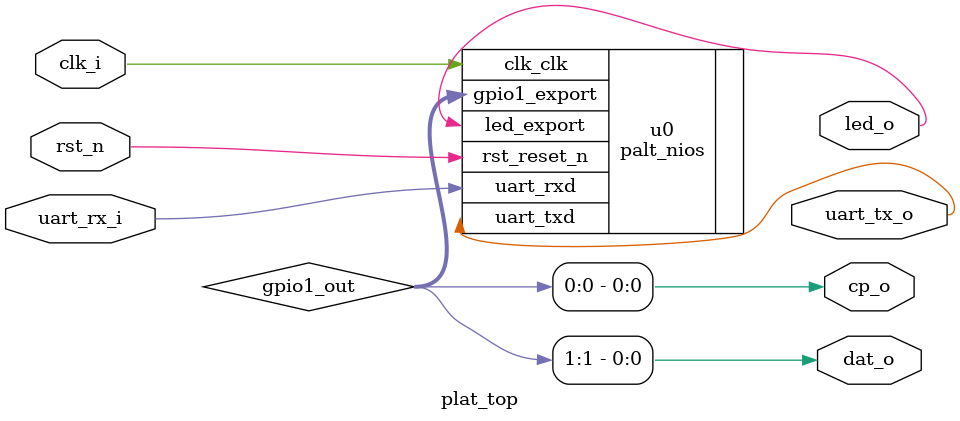
<source format=v>
module plat_top(
	input wire rst_n,
	input wire clk_i,
	
	input  wire uart_rx_i,
	output wire uart_tx_o,
	output wire led_o,
	
	output wire dat_o,
	output wire cp_o
	);
	
	wire [3:0] 	gpio1_out;
	
	assign cp_o = gpio1_out[0];
	assign dat_o =gpio1_out[1];
	
    palt_nios u0 (
        .clk_clk      (clk_i),      //   clk.clk
        .rst_reset_n  (rst_n),  //   rst.reset_n
        .led_export   (led_o),   //   led.export
        .uart_rxd     (uart_rx_i),     //  uart.rxd
        .uart_txd     (uart_tx_o),     //      .txd
        .gpio1_export (gpio1_out)  // gpio1.export
    );
	 
   


endmodule

</source>
